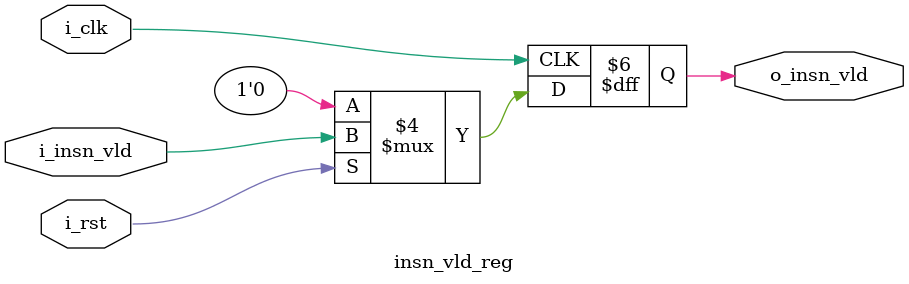
<source format=sv>
module insn_vld_reg (
	input logic i_clk,
	input logic i_rst,
	input logic i_insn_vld,
	output logic o_insn_vld
);

	always_ff @(posedge i_clk) begin
		if (!i_rst) begin
			o_insn_vld = 1'b0;
		end else begin
			o_insn_vld = i_insn_vld;
		end
	end
endmodule: insn_vld_reg
</source>
